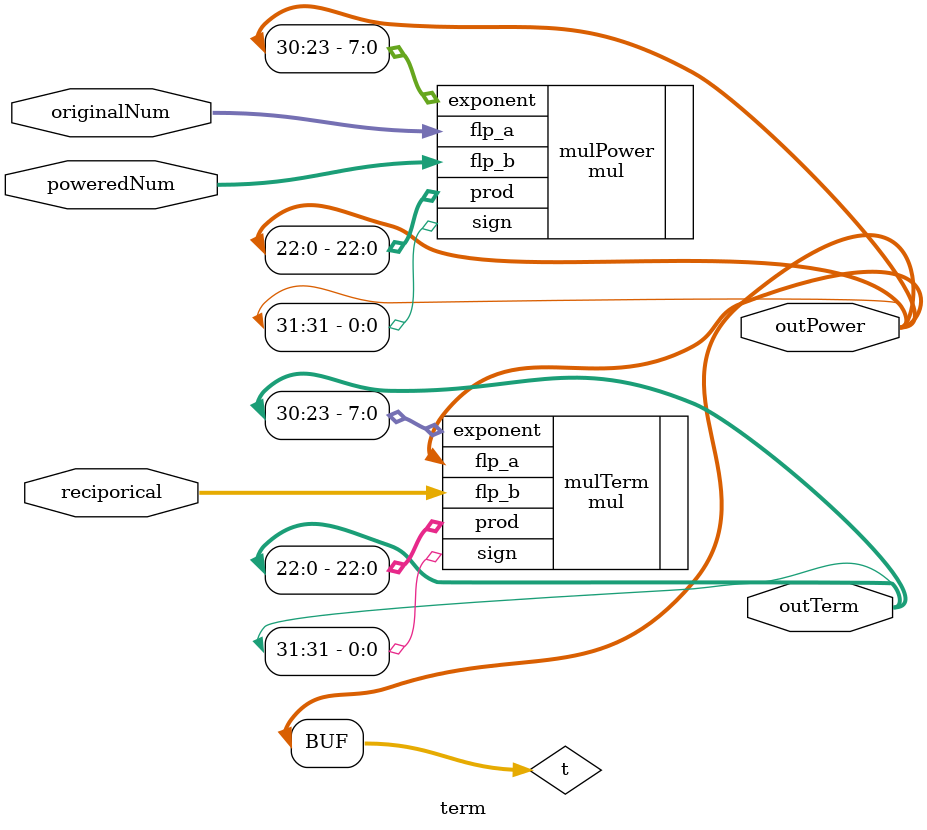
<source format=v>
`timescale 1ns / 1ps
module term(originalNum,poweredNum,reciporical,outPower,outTerm);
input [31:0] originalNum;
input [31:0] poweredNum;
input [31:0] reciporical;
output [31:0] outTerm;
output [31:0] outPower;
wire [31:0] t;
mul mulPower(.flp_a(originalNum),
               .flp_b(poweredNum),
               .sign(outPower[31]),
               .exponent(outPower[30:23]),
               .prod(outPower[22:0]));
assign t=outPower; 
mul mulTerm(.flp_a(t),
            .flp_b(reciporical),
            .sign(outTerm[31]),
            .exponent(outTerm[30:23]),
            .prod(outTerm[22:0]));               
endmodule

</source>
